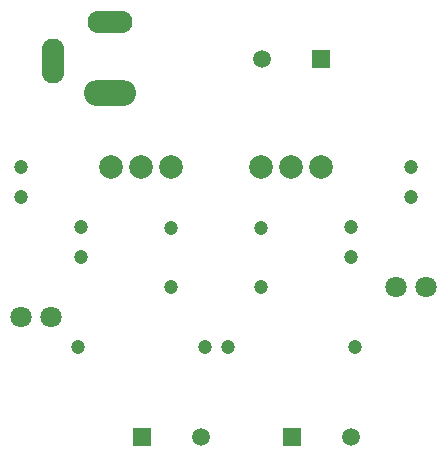
<source format=gtl>
G04*
G04 #@! TF.GenerationSoftware,Altium Limited,Altium Designer,21.1.1 (26)*
G04*
G04 Layer_Physical_Order=1*
G04 Layer_Color=255*
%FSLAX42Y42*%
%MOMM*%
G71*
G04*
G04 #@! TF.SameCoordinates,6A6C3286-DEE6-4DC7-8DC0-AF2A02889E3F*
G04*
G04*
G04 #@! TF.FilePolarity,Positive*
G04*
G01*
G75*
%ADD21C,1.80*%
%ADD22O,1.90X3.80*%
%ADD23O,3.80X1.90*%
%ADD24O,4.40X2.20*%
%ADD25C,1.52*%
%ADD26R,1.52X1.52*%
%ADD27C,1.20*%
%ADD28C,2.00*%
D21*
X254Y1524D02*
D03*
X508D02*
D03*
X3429Y1778D02*
D03*
X3683D02*
D03*
D22*
X522Y3696D02*
D03*
D23*
X1001Y4021D02*
D03*
D24*
Y3425D02*
D03*
D25*
X2290Y3710D02*
D03*
X3044Y508D02*
D03*
X1778D02*
D03*
D26*
X2790Y3710D02*
D03*
X2544Y508D02*
D03*
X1278D02*
D03*
D27*
X3048Y2286D02*
D03*
Y2032D02*
D03*
X2286Y2282D02*
D03*
Y1782D02*
D03*
X762Y2286D02*
D03*
Y2032D02*
D03*
X254Y2540D02*
D03*
Y2794D02*
D03*
X3079Y1270D02*
D03*
X2001D02*
D03*
X731D02*
D03*
X1809D02*
D03*
X3556Y2540D02*
D03*
Y2794D02*
D03*
X1524Y2282D02*
D03*
Y1782D02*
D03*
D28*
X2794Y2794D02*
D03*
X2539D02*
D03*
X2284D02*
D03*
X1524D02*
D03*
X1269D02*
D03*
X1014D02*
D03*
M02*

</source>
